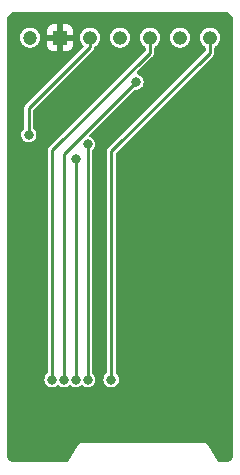
<source format=gtl>
G04 #@! TF.GenerationSoftware,KiCad,Pcbnew,6.0.2+dfsg-1*
G04 #@! TF.CreationDate,2022-09-12T16:47:43+08:00*
G04 #@! TF.ProjectId,epaper-102,65706170-6572-42d3-9130-322e6b696361,rev?*
G04 #@! TF.SameCoordinates,Original*
G04 #@! TF.FileFunction,Copper,L1,Top*
G04 #@! TF.FilePolarity,Positive*
%FSLAX46Y46*%
G04 Gerber Fmt 4.6, Leading zero omitted, Abs format (unit mm)*
G04 Created by KiCad (PCBNEW 6.0.2+dfsg-1) date 2022-09-12 16:47:43*
%MOMM*%
%LPD*%
G01*
G04 APERTURE LIST*
G04 #@! TA.AperFunction,ComponentPad*
%ADD10C,1.200000*%
G04 #@! TD*
G04 #@! TA.AperFunction,ComponentPad*
%ADD11R,1.200000X1.200000*%
G04 #@! TD*
G04 #@! TA.AperFunction,ComponentPad*
%ADD12O,1.200000X1.200000*%
G04 #@! TD*
G04 #@! TA.AperFunction,ViaPad*
%ADD13C,0.800000*%
G04 #@! TD*
G04 #@! TA.AperFunction,Conductor*
%ADD14C,0.250000*%
G04 #@! TD*
G04 APERTURE END LIST*
D10*
X25729800Y-65450000D03*
D11*
X28269800Y-65450000D03*
D12*
X30809800Y-65450000D03*
X33349800Y-65450000D03*
X35889800Y-65450000D03*
X38429800Y-65450000D03*
X40969800Y-65450000D03*
D13*
X26000000Y-83700000D03*
X33800000Y-80625000D03*
X34700000Y-92500000D03*
X36275000Y-80600000D03*
X39400000Y-92500000D03*
X40150000Y-70850000D03*
X24425000Y-77025000D03*
X37000000Y-94200000D03*
X42225000Y-81100000D03*
X31300000Y-69000000D03*
X40125000Y-81075000D03*
X26000000Y-69300000D03*
X26400000Y-74975000D03*
X25625000Y-73675000D03*
X32600015Y-94400000D03*
X30600009Y-94400000D03*
X30600000Y-74500000D03*
X29600006Y-94400000D03*
X29600000Y-75700000D03*
X28600003Y-94400000D03*
X34700000Y-69200000D03*
X27600000Y-94400000D03*
D14*
X32600015Y-94400000D02*
X32600015Y-75089785D01*
X32600015Y-75089785D02*
X40969800Y-66720000D01*
X40969800Y-66720000D02*
X40969800Y-65450000D01*
X35807800Y-66802000D02*
X35889800Y-66720000D01*
X35889800Y-66720000D02*
X35889800Y-65450000D01*
X30809800Y-65450000D02*
X30809800Y-66218200D01*
X30809800Y-66218200D02*
X25625000Y-71403000D01*
X25625000Y-71403000D02*
X25625000Y-73675000D01*
X27600000Y-94400000D02*
X27600000Y-75009800D01*
X27600000Y-75009800D02*
X35807800Y-66802000D01*
X35807800Y-66802000D02*
X35814000Y-66802000D01*
X30600009Y-94400000D02*
X30600009Y-74500009D01*
X30600009Y-74500009D02*
X30600000Y-74500000D01*
X29600006Y-75700006D02*
X29600000Y-75700000D01*
X29600006Y-94400000D02*
X29600006Y-75700006D01*
X28600003Y-94400000D02*
X28600003Y-75299997D01*
X28600003Y-75299997D02*
X34700000Y-69200000D01*
G04 #@! TA.AperFunction,Conductor*
G36*
X42337356Y-63302383D02*
G01*
X42350000Y-63304898D01*
X42361979Y-63302515D01*
X42365360Y-63302515D01*
X42379243Y-63303295D01*
X42402251Y-63305887D01*
X42458503Y-63312226D01*
X42485566Y-63318402D01*
X42575451Y-63349853D01*
X42600467Y-63361901D01*
X42681092Y-63412562D01*
X42702800Y-63429874D01*
X42770126Y-63497200D01*
X42787438Y-63518908D01*
X42838099Y-63599533D01*
X42850147Y-63624549D01*
X42881598Y-63714434D01*
X42887775Y-63741500D01*
X42896705Y-63820757D01*
X42897485Y-63834640D01*
X42897485Y-63838021D01*
X42895102Y-63850000D01*
X42897485Y-63861980D01*
X42897617Y-63862644D01*
X42900000Y-63886835D01*
X42900000Y-100813165D01*
X42897617Y-100837356D01*
X42895102Y-100850000D01*
X42897485Y-100861979D01*
X42897485Y-100865360D01*
X42896705Y-100879243D01*
X42887775Y-100958500D01*
X42881598Y-100985566D01*
X42850148Y-101075448D01*
X42838099Y-101100467D01*
X42787438Y-101181092D01*
X42770126Y-101202800D01*
X42702800Y-101270126D01*
X42681092Y-101287438D01*
X42600467Y-101338099D01*
X42575451Y-101350147D01*
X42485566Y-101381598D01*
X42458503Y-101387774D01*
X42402251Y-101394113D01*
X42379243Y-101396705D01*
X42365360Y-101397485D01*
X42361979Y-101397485D01*
X42350000Y-101395102D01*
X42338020Y-101397485D01*
X42337356Y-101397617D01*
X42313165Y-101400000D01*
X41757289Y-101400000D01*
X41690250Y-101380315D01*
X41652137Y-101341720D01*
X40786553Y-99956784D01*
X40786233Y-99956163D01*
X40785495Y-99952455D01*
X40761028Y-99915837D01*
X40759000Y-99912699D01*
X40748949Y-99896619D01*
X40746484Y-99893998D01*
X40745802Y-99893049D01*
X40737026Y-99879915D01*
X40737025Y-99879914D01*
X40730240Y-99869760D01*
X40720084Y-99862974D01*
X40715179Y-99858069D01*
X40712018Y-99855393D01*
X40706371Y-99851366D01*
X40698001Y-99842470D01*
X40681009Y-99834818D01*
X40663039Y-99824857D01*
X40657702Y-99821291D01*
X40657699Y-99821290D01*
X40647545Y-99814505D01*
X40635569Y-99812123D01*
X40629155Y-99809466D01*
X40625221Y-99808207D01*
X40618450Y-99806644D01*
X40607316Y-99801630D01*
X40595112Y-99801258D01*
X40595106Y-99801257D01*
X40579319Y-99800776D01*
X40578145Y-99800700D01*
X40574624Y-99800000D01*
X40555707Y-99800000D01*
X40551932Y-99799943D01*
X40551185Y-99799920D01*
X40507906Y-99798602D01*
X40504370Y-99799942D01*
X40503672Y-99800000D01*
X30096328Y-99800000D01*
X30095630Y-99799942D01*
X30092094Y-99798602D01*
X30048815Y-99799920D01*
X30048068Y-99799943D01*
X30044293Y-99800000D01*
X30025376Y-99800000D01*
X30021855Y-99800700D01*
X30020681Y-99800776D01*
X30004894Y-99801257D01*
X30004888Y-99801258D01*
X29992684Y-99801630D01*
X29981550Y-99806644D01*
X29974779Y-99808207D01*
X29970845Y-99809466D01*
X29964431Y-99812123D01*
X29952455Y-99814505D01*
X29942301Y-99821290D01*
X29942298Y-99821291D01*
X29936961Y-99824857D01*
X29918991Y-99834818D01*
X29901999Y-99842470D01*
X29893629Y-99851366D01*
X29887982Y-99855393D01*
X29884821Y-99858069D01*
X29879916Y-99862974D01*
X29869760Y-99869760D01*
X29862975Y-99879914D01*
X29862974Y-99879915D01*
X29854198Y-99893049D01*
X29853516Y-99893998D01*
X29851051Y-99896619D01*
X29841000Y-99912699D01*
X29838972Y-99915837D01*
X29814505Y-99952455D01*
X29813767Y-99956163D01*
X29813447Y-99956784D01*
X28947863Y-101341720D01*
X28895640Y-101388136D01*
X28842711Y-101400000D01*
X24386835Y-101400000D01*
X24362644Y-101397617D01*
X24361980Y-101397485D01*
X24350000Y-101395102D01*
X24338021Y-101397485D01*
X24334640Y-101397485D01*
X24320757Y-101396705D01*
X24297749Y-101394113D01*
X24241497Y-101387774D01*
X24214434Y-101381598D01*
X24124549Y-101350147D01*
X24099533Y-101338099D01*
X24018908Y-101287438D01*
X23997200Y-101270126D01*
X23929874Y-101202800D01*
X23912562Y-101181092D01*
X23861901Y-101100467D01*
X23849852Y-101075448D01*
X23818402Y-100985566D01*
X23812225Y-100958500D01*
X23803295Y-100879243D01*
X23802515Y-100865360D01*
X23802515Y-100861979D01*
X23804898Y-100850000D01*
X23802383Y-100837356D01*
X23800000Y-100813165D01*
X23800000Y-94393138D01*
X26944758Y-94393138D01*
X26945578Y-94400566D01*
X26945578Y-94400568D01*
X26947474Y-94417744D01*
X26962035Y-94549633D01*
X27016143Y-94697490D01*
X27103958Y-94828172D01*
X27126183Y-94848395D01*
X27214878Y-94929102D01*
X27214882Y-94929105D01*
X27220410Y-94934135D01*
X27358776Y-95009262D01*
X27461031Y-95036088D01*
X27503841Y-95047319D01*
X27503843Y-95047319D01*
X27511069Y-95049215D01*
X27588127Y-95050425D01*
X27661025Y-95051571D01*
X27661028Y-95051571D01*
X27668495Y-95051688D01*
X27675776Y-95050020D01*
X27675780Y-95050020D01*
X27814681Y-95018207D01*
X27821968Y-95016538D01*
X27962625Y-94945795D01*
X27983160Y-94928257D01*
X28019083Y-94897576D01*
X28082845Y-94869006D01*
X28151930Y-94879444D01*
X28183064Y-94900150D01*
X28220413Y-94934135D01*
X28358779Y-95009262D01*
X28461034Y-95036088D01*
X28503844Y-95047319D01*
X28503846Y-95047319D01*
X28511072Y-95049215D01*
X28588130Y-95050425D01*
X28661028Y-95051571D01*
X28661031Y-95051571D01*
X28668498Y-95051688D01*
X28675779Y-95050020D01*
X28675783Y-95050020D01*
X28814684Y-95018207D01*
X28821971Y-95016538D01*
X28962628Y-94945795D01*
X28983163Y-94928257D01*
X29019086Y-94897576D01*
X29082848Y-94869006D01*
X29151933Y-94879444D01*
X29183067Y-94900150D01*
X29220416Y-94934135D01*
X29358782Y-95009262D01*
X29461037Y-95036088D01*
X29503847Y-95047319D01*
X29503849Y-95047319D01*
X29511075Y-95049215D01*
X29588133Y-95050425D01*
X29661031Y-95051571D01*
X29661034Y-95051571D01*
X29668501Y-95051688D01*
X29675782Y-95050020D01*
X29675786Y-95050020D01*
X29814687Y-95018207D01*
X29821974Y-95016538D01*
X29962631Y-94945795D01*
X29983166Y-94928257D01*
X30019089Y-94897576D01*
X30082851Y-94869006D01*
X30151936Y-94879444D01*
X30183070Y-94900150D01*
X30220419Y-94934135D01*
X30358785Y-95009262D01*
X30461040Y-95036088D01*
X30503850Y-95047319D01*
X30503852Y-95047319D01*
X30511078Y-95049215D01*
X30588136Y-95050425D01*
X30661034Y-95051571D01*
X30661037Y-95051571D01*
X30668504Y-95051688D01*
X30675785Y-95050020D01*
X30675789Y-95050020D01*
X30814690Y-95018207D01*
X30821977Y-95016538D01*
X30962634Y-94945795D01*
X30968315Y-94940943D01*
X30968318Y-94940941D01*
X31076675Y-94848395D01*
X31076676Y-94848394D01*
X31082357Y-94843542D01*
X31093402Y-94828172D01*
X31113807Y-94799775D01*
X31174233Y-94715683D01*
X31232959Y-94569598D01*
X31234802Y-94556649D01*
X31254571Y-94417744D01*
X31254571Y-94417740D01*
X31255143Y-94413723D01*
X31255287Y-94400000D01*
X31254457Y-94393138D01*
X31944773Y-94393138D01*
X31945593Y-94400566D01*
X31945593Y-94400568D01*
X31947489Y-94417744D01*
X31962050Y-94549633D01*
X32016158Y-94697490D01*
X32103973Y-94828172D01*
X32126198Y-94848395D01*
X32214893Y-94929102D01*
X32214897Y-94929105D01*
X32220425Y-94934135D01*
X32358791Y-95009262D01*
X32461046Y-95036088D01*
X32503856Y-95047319D01*
X32503858Y-95047319D01*
X32511084Y-95049215D01*
X32588142Y-95050425D01*
X32661040Y-95051571D01*
X32661043Y-95051571D01*
X32668510Y-95051688D01*
X32675791Y-95050020D01*
X32675795Y-95050020D01*
X32814696Y-95018207D01*
X32821983Y-95016538D01*
X32962640Y-94945795D01*
X32968321Y-94940943D01*
X32968324Y-94940941D01*
X33076681Y-94848395D01*
X33076682Y-94848394D01*
X33082363Y-94843542D01*
X33093408Y-94828172D01*
X33113813Y-94799775D01*
X33174239Y-94715683D01*
X33232965Y-94569598D01*
X33234808Y-94556649D01*
X33254577Y-94417744D01*
X33254577Y-94417740D01*
X33255149Y-94413723D01*
X33255293Y-94400000D01*
X33236378Y-94243694D01*
X33180725Y-94096412D01*
X33172352Y-94084229D01*
X33095783Y-93972821D01*
X33095780Y-93972818D01*
X33091546Y-93966657D01*
X33017026Y-93900262D01*
X32980067Y-93840968D01*
X32975515Y-93807679D01*
X32975515Y-75296684D01*
X32995200Y-75229645D01*
X33011834Y-75209003D01*
X41197639Y-67023198D01*
X41216368Y-67008071D01*
X41217402Y-67007130D01*
X41226010Y-67001572D01*
X41246607Y-66975445D01*
X41250520Y-66971042D01*
X41250450Y-66970983D01*
X41253757Y-66967080D01*
X41257375Y-66963462D01*
X41268487Y-66947912D01*
X41271970Y-66943272D01*
X41303403Y-66903400D01*
X41306405Y-66894851D01*
X41311672Y-66887481D01*
X41326209Y-66838873D01*
X41328011Y-66833328D01*
X41342238Y-66792817D01*
X41342240Y-66792807D01*
X41344823Y-66785452D01*
X41345300Y-66779945D01*
X41345300Y-66777262D01*
X41345413Y-66774660D01*
X41345435Y-66774585D01*
X41345604Y-66774592D01*
X41345650Y-66773868D01*
X41347490Y-66767714D01*
X41345395Y-66714394D01*
X41345300Y-66709552D01*
X41345300Y-66291495D01*
X41364985Y-66224456D01*
X41398658Y-66192354D01*
X41397393Y-66190612D01*
X41449881Y-66152477D01*
X41542030Y-66085526D01*
X41661659Y-65952665D01*
X41751050Y-65797835D01*
X41806297Y-65627803D01*
X41824985Y-65450000D01*
X41806297Y-65272197D01*
X41751050Y-65102165D01*
X41661659Y-64947335D01*
X41542030Y-64814474D01*
X41397393Y-64709388D01*
X41234067Y-64636671D01*
X41207451Y-64631014D01*
X41065554Y-64600852D01*
X41065549Y-64600852D01*
X41059191Y-64599500D01*
X40880409Y-64599500D01*
X40874051Y-64600852D01*
X40874046Y-64600852D01*
X40732149Y-64631014D01*
X40705533Y-64636671D01*
X40542208Y-64709388D01*
X40397570Y-64814474D01*
X40277941Y-64947335D01*
X40188550Y-65102165D01*
X40133303Y-65272197D01*
X40114615Y-65450000D01*
X40133303Y-65627803D01*
X40188550Y-65797835D01*
X40277941Y-65952665D01*
X40397570Y-66085526D01*
X40489719Y-66152477D01*
X40542207Y-66190612D01*
X40540602Y-66192821D01*
X40580506Y-66234656D01*
X40594300Y-66291495D01*
X40594300Y-66513101D01*
X40574615Y-66580140D01*
X40557981Y-66600782D01*
X32372176Y-74786587D01*
X32353447Y-74801714D01*
X32352413Y-74802655D01*
X32343805Y-74808213D01*
X32328846Y-74827188D01*
X32323208Y-74834340D01*
X32319295Y-74838743D01*
X32319365Y-74838802D01*
X32316058Y-74842705D01*
X32312440Y-74846323D01*
X32309466Y-74850485D01*
X32301336Y-74861862D01*
X32297845Y-74866513D01*
X32266412Y-74906385D01*
X32263410Y-74914934D01*
X32258143Y-74922304D01*
X32246246Y-74962087D01*
X32243609Y-74970903D01*
X32241803Y-74976461D01*
X32228136Y-75015381D01*
X32224992Y-75024333D01*
X32224515Y-75029840D01*
X32224515Y-75032524D01*
X32224402Y-75035126D01*
X32224380Y-75035200D01*
X32224211Y-75035193D01*
X32224165Y-75035918D01*
X32222325Y-75042072D01*
X32222727Y-75052311D01*
X32222727Y-75052314D01*
X32224419Y-75095366D01*
X32224515Y-75100234D01*
X32224515Y-93807915D01*
X32204830Y-93874954D01*
X32182030Y-93901357D01*
X32113049Y-93961533D01*
X32022516Y-94090348D01*
X31965324Y-94237039D01*
X31944773Y-94393138D01*
X31254457Y-94393138D01*
X31236372Y-94243694D01*
X31180719Y-94096412D01*
X31172346Y-94084229D01*
X31095777Y-93972821D01*
X31095774Y-93972818D01*
X31091540Y-93966657D01*
X31017020Y-93900262D01*
X30980061Y-93840968D01*
X30975509Y-93807679D01*
X30975509Y-75091955D01*
X30995194Y-75024916D01*
X31018978Y-74997665D01*
X31076659Y-74948401D01*
X31076660Y-74948400D01*
X31082348Y-74943542D01*
X31174224Y-74815683D01*
X31232950Y-74669598D01*
X31234003Y-74662201D01*
X31254562Y-74517744D01*
X31254562Y-74517740D01*
X31255134Y-74513723D01*
X31255278Y-74500000D01*
X31236363Y-74343694D01*
X31189924Y-74220795D01*
X31183354Y-74203408D01*
X31183352Y-74203405D01*
X31180710Y-74196412D01*
X31176473Y-74190247D01*
X31095768Y-74072821D01*
X31095765Y-74072818D01*
X31091531Y-74066657D01*
X30973976Y-73961919D01*
X30834831Y-73888245D01*
X30813553Y-73882900D01*
X30753331Y-73847479D01*
X30721817Y-73785120D01*
X30729020Y-73715623D01*
X30756081Y-73674956D01*
X34545146Y-69885891D01*
X34606469Y-69852406D01*
X34634772Y-69849587D01*
X34702218Y-69850647D01*
X34761025Y-69851571D01*
X34761028Y-69851571D01*
X34768495Y-69851688D01*
X34775776Y-69850020D01*
X34775780Y-69850020D01*
X34914681Y-69818207D01*
X34921968Y-69816538D01*
X35062625Y-69745795D01*
X35068306Y-69740943D01*
X35068309Y-69740941D01*
X35176666Y-69648395D01*
X35176667Y-69648394D01*
X35182348Y-69643542D01*
X35274224Y-69515683D01*
X35332950Y-69369598D01*
X35355134Y-69213723D01*
X35355278Y-69200000D01*
X35354448Y-69193138D01*
X35337262Y-69051119D01*
X35337261Y-69051115D01*
X35336363Y-69043694D01*
X35280710Y-68896412D01*
X35276473Y-68890247D01*
X35195768Y-68772821D01*
X35195765Y-68772818D01*
X35191531Y-68766657D01*
X35073976Y-68661919D01*
X34934831Y-68588245D01*
X34927578Y-68586423D01*
X34927575Y-68586422D01*
X34869606Y-68571862D01*
X34841462Y-68564793D01*
X34781238Y-68529370D01*
X34749725Y-68467011D01*
X34756929Y-68397514D01*
X34783989Y-68356848D01*
X36014304Y-67126533D01*
X36030570Y-67114420D01*
X36030210Y-67113955D01*
X36038308Y-67107673D01*
X36047329Y-67102806D01*
X36123515Y-67020388D01*
X36131097Y-67012866D01*
X36137397Y-67007134D01*
X36146010Y-67001572D01*
X36166607Y-66975445D01*
X36170521Y-66971040D01*
X36170451Y-66970981D01*
X36173753Y-66967084D01*
X36177376Y-66963461D01*
X36188487Y-66947912D01*
X36191996Y-66943239D01*
X36202240Y-66930245D01*
X36223403Y-66903400D01*
X36226405Y-66894851D01*
X36231672Y-66887481D01*
X36234610Y-66877660D01*
X36246209Y-66838873D01*
X36248015Y-66833315D01*
X36262238Y-66792814D01*
X36262239Y-66792812D01*
X36264823Y-66785452D01*
X36265300Y-66779945D01*
X36265300Y-66777262D01*
X36265413Y-66774663D01*
X36265436Y-66774585D01*
X36265604Y-66774592D01*
X36265649Y-66773871D01*
X36267491Y-66767713D01*
X36265396Y-66714394D01*
X36265300Y-66709526D01*
X36265300Y-66291495D01*
X36284985Y-66224456D01*
X36318658Y-66192354D01*
X36317393Y-66190612D01*
X36369881Y-66152477D01*
X36462030Y-66085526D01*
X36581659Y-65952665D01*
X36671050Y-65797835D01*
X36726297Y-65627803D01*
X36744985Y-65450000D01*
X37574615Y-65450000D01*
X37593303Y-65627803D01*
X37648550Y-65797835D01*
X37737941Y-65952665D01*
X37857570Y-66085526D01*
X38002207Y-66190612D01*
X38008141Y-66193254D01*
X38054300Y-66213805D01*
X38165533Y-66263329D01*
X38188717Y-66268257D01*
X38334046Y-66299148D01*
X38334051Y-66299148D01*
X38340409Y-66300500D01*
X38519191Y-66300500D01*
X38525549Y-66299148D01*
X38525554Y-66299148D01*
X38670883Y-66268257D01*
X38694067Y-66263329D01*
X38805301Y-66213805D01*
X38851459Y-66193254D01*
X38857393Y-66190612D01*
X39002030Y-66085526D01*
X39121659Y-65952665D01*
X39211050Y-65797835D01*
X39266297Y-65627803D01*
X39284985Y-65450000D01*
X39266297Y-65272197D01*
X39211050Y-65102165D01*
X39121659Y-64947335D01*
X39002030Y-64814474D01*
X38857393Y-64709388D01*
X38694067Y-64636671D01*
X38667451Y-64631014D01*
X38525554Y-64600852D01*
X38525549Y-64600852D01*
X38519191Y-64599500D01*
X38340409Y-64599500D01*
X38334051Y-64600852D01*
X38334046Y-64600852D01*
X38192149Y-64631014D01*
X38165533Y-64636671D01*
X38002208Y-64709388D01*
X37857570Y-64814474D01*
X37737941Y-64947335D01*
X37648550Y-65102165D01*
X37593303Y-65272197D01*
X37574615Y-65450000D01*
X36744985Y-65450000D01*
X36726297Y-65272197D01*
X36671050Y-65102165D01*
X36581659Y-64947335D01*
X36462030Y-64814474D01*
X36317393Y-64709388D01*
X36154067Y-64636671D01*
X36127451Y-64631014D01*
X35985554Y-64600852D01*
X35985549Y-64600852D01*
X35979191Y-64599500D01*
X35800409Y-64599500D01*
X35794051Y-64600852D01*
X35794046Y-64600852D01*
X35652149Y-64631014D01*
X35625533Y-64636671D01*
X35462208Y-64709388D01*
X35317570Y-64814474D01*
X35197941Y-64947335D01*
X35108550Y-65102165D01*
X35053303Y-65272197D01*
X35034615Y-65450000D01*
X35053303Y-65627803D01*
X35108550Y-65797835D01*
X35197941Y-65952665D01*
X35317570Y-66085526D01*
X35409719Y-66152477D01*
X35462207Y-66190612D01*
X35460602Y-66192821D01*
X35500506Y-66234656D01*
X35514300Y-66291495D01*
X35514300Y-66513101D01*
X35494615Y-66580140D01*
X35477981Y-66600782D01*
X27372161Y-74706602D01*
X27353432Y-74721729D01*
X27352398Y-74722670D01*
X27343790Y-74728228D01*
X27337448Y-74736273D01*
X27323193Y-74754355D01*
X27319280Y-74758758D01*
X27319350Y-74758817D01*
X27316043Y-74762720D01*
X27312425Y-74766338D01*
X27309451Y-74770500D01*
X27301321Y-74781877D01*
X27297830Y-74786528D01*
X27266397Y-74826400D01*
X27263395Y-74834949D01*
X27258128Y-74842319D01*
X27252284Y-74861862D01*
X27243594Y-74890918D01*
X27241788Y-74896476D01*
X27230658Y-74928172D01*
X27224977Y-74944348D01*
X27224500Y-74949855D01*
X27224500Y-74952539D01*
X27224387Y-74955141D01*
X27224365Y-74955215D01*
X27224196Y-74955208D01*
X27224150Y-74955933D01*
X27222310Y-74962087D01*
X27222712Y-74972326D01*
X27222712Y-74972329D01*
X27224404Y-75015381D01*
X27224500Y-75020249D01*
X27224500Y-93807915D01*
X27204815Y-93874954D01*
X27182015Y-93901357D01*
X27113034Y-93961533D01*
X27022501Y-94090348D01*
X26965309Y-94237039D01*
X26944758Y-94393138D01*
X23800000Y-94393138D01*
X23800000Y-73668138D01*
X24969758Y-73668138D01*
X24970578Y-73675566D01*
X24970578Y-73675568D01*
X24972474Y-73692744D01*
X24987035Y-73824633D01*
X25041143Y-73972490D01*
X25128958Y-74103172D01*
X25151183Y-74123395D01*
X25239878Y-74204102D01*
X25239882Y-74204105D01*
X25245410Y-74209135D01*
X25383776Y-74284262D01*
X25486031Y-74311088D01*
X25528841Y-74322319D01*
X25528843Y-74322319D01*
X25536069Y-74324215D01*
X25613127Y-74325425D01*
X25686025Y-74326571D01*
X25686028Y-74326571D01*
X25693495Y-74326688D01*
X25700776Y-74325020D01*
X25700780Y-74325020D01*
X25839681Y-74293207D01*
X25846968Y-74291538D01*
X25987625Y-74220795D01*
X25993306Y-74215943D01*
X25993309Y-74215941D01*
X26101666Y-74123395D01*
X26101667Y-74123394D01*
X26107348Y-74118542D01*
X26118393Y-74103172D01*
X26148206Y-74061682D01*
X26199224Y-73990683D01*
X26257950Y-73844598D01*
X26259793Y-73831649D01*
X26279562Y-73692744D01*
X26279562Y-73692740D01*
X26280134Y-73688723D01*
X26280278Y-73675000D01*
X26261363Y-73518694D01*
X26205710Y-73371412D01*
X26197337Y-73359229D01*
X26120768Y-73247821D01*
X26120765Y-73247818D01*
X26116531Y-73241657D01*
X26042011Y-73175262D01*
X26005052Y-73115968D01*
X26000500Y-73082679D01*
X26000500Y-71609899D01*
X26020185Y-71542860D01*
X26036819Y-71522218D01*
X31037639Y-66521398D01*
X31056368Y-66506271D01*
X31057402Y-66505330D01*
X31066010Y-66499772D01*
X31086607Y-66473645D01*
X31090520Y-66469242D01*
X31090450Y-66469183D01*
X31093757Y-66465280D01*
X31097375Y-66461662D01*
X31108481Y-66446120D01*
X31111970Y-66441472D01*
X31143403Y-66401600D01*
X31146405Y-66393051D01*
X31151672Y-66385681D01*
X31166205Y-66337085D01*
X31168011Y-66331528D01*
X31182238Y-66291017D01*
X31182240Y-66291007D01*
X31184823Y-66283652D01*
X31185300Y-66278145D01*
X31185300Y-66276791D01*
X31187137Y-66268257D01*
X31189861Y-66268843D01*
X31210430Y-66216125D01*
X31238256Y-66191800D01*
X31237393Y-66190612D01*
X31289881Y-66152477D01*
X31382030Y-66085526D01*
X31501659Y-65952665D01*
X31591050Y-65797835D01*
X31646297Y-65627803D01*
X31664985Y-65450000D01*
X32494615Y-65450000D01*
X32513303Y-65627803D01*
X32568550Y-65797835D01*
X32657941Y-65952665D01*
X32777570Y-66085526D01*
X32922207Y-66190612D01*
X32928141Y-66193254D01*
X32974300Y-66213805D01*
X33085533Y-66263329D01*
X33108717Y-66268257D01*
X33254046Y-66299148D01*
X33254051Y-66299148D01*
X33260409Y-66300500D01*
X33439191Y-66300500D01*
X33445549Y-66299148D01*
X33445554Y-66299148D01*
X33590883Y-66268257D01*
X33614067Y-66263329D01*
X33725301Y-66213805D01*
X33771459Y-66193254D01*
X33777393Y-66190612D01*
X33922030Y-66085526D01*
X34041659Y-65952665D01*
X34131050Y-65797835D01*
X34186297Y-65627803D01*
X34204985Y-65450000D01*
X34186297Y-65272197D01*
X34131050Y-65102165D01*
X34041659Y-64947335D01*
X33922030Y-64814474D01*
X33777393Y-64709388D01*
X33614067Y-64636671D01*
X33587451Y-64631014D01*
X33445554Y-64600852D01*
X33445549Y-64600852D01*
X33439191Y-64599500D01*
X33260409Y-64599500D01*
X33254051Y-64600852D01*
X33254046Y-64600852D01*
X33112149Y-64631014D01*
X33085533Y-64636671D01*
X32922208Y-64709388D01*
X32777570Y-64814474D01*
X32657941Y-64947335D01*
X32568550Y-65102165D01*
X32513303Y-65272197D01*
X32494615Y-65450000D01*
X31664985Y-65450000D01*
X31646297Y-65272197D01*
X31591050Y-65102165D01*
X31501659Y-64947335D01*
X31382030Y-64814474D01*
X31237393Y-64709388D01*
X31074067Y-64636671D01*
X31047451Y-64631014D01*
X30905554Y-64600852D01*
X30905549Y-64600852D01*
X30899191Y-64599500D01*
X30720409Y-64599500D01*
X30714051Y-64600852D01*
X30714046Y-64600852D01*
X30572149Y-64631014D01*
X30545533Y-64636671D01*
X30382208Y-64709388D01*
X30237570Y-64814474D01*
X30117941Y-64947335D01*
X30028550Y-65102165D01*
X29973303Y-65272197D01*
X29954615Y-65450000D01*
X29973303Y-65627803D01*
X30028550Y-65797835D01*
X30117941Y-65952665D01*
X30122287Y-65957492D01*
X30122288Y-65957493D01*
X30237570Y-66085526D01*
X30236461Y-66086525D01*
X30269082Y-66139469D01*
X30267755Y-66209326D01*
X30237144Y-66259819D01*
X25397161Y-71099802D01*
X25378432Y-71114929D01*
X25377398Y-71115870D01*
X25368790Y-71121428D01*
X25362448Y-71129473D01*
X25348193Y-71147555D01*
X25344280Y-71151958D01*
X25344350Y-71152017D01*
X25341043Y-71155920D01*
X25337425Y-71159538D01*
X25334451Y-71163700D01*
X25326321Y-71175077D01*
X25322830Y-71179728D01*
X25291397Y-71219600D01*
X25288395Y-71228149D01*
X25283128Y-71235519D01*
X25280191Y-71245340D01*
X25268594Y-71284118D01*
X25266788Y-71289676D01*
X25249977Y-71337548D01*
X25249500Y-71343055D01*
X25249500Y-71345739D01*
X25249387Y-71348341D01*
X25249365Y-71348415D01*
X25249196Y-71348408D01*
X25249150Y-71349133D01*
X25247310Y-71355287D01*
X25247712Y-71365526D01*
X25247712Y-71365529D01*
X25249404Y-71408581D01*
X25249500Y-71413449D01*
X25249500Y-73082915D01*
X25229815Y-73149954D01*
X25207015Y-73176357D01*
X25138034Y-73236533D01*
X25047501Y-73365348D01*
X24990309Y-73512039D01*
X24969758Y-73668138D01*
X23800000Y-73668138D01*
X23800000Y-65450000D01*
X24874615Y-65450000D01*
X24893303Y-65627803D01*
X24948550Y-65797835D01*
X25037941Y-65952665D01*
X25157570Y-66085526D01*
X25302207Y-66190612D01*
X25308141Y-66193254D01*
X25354300Y-66213805D01*
X25465533Y-66263329D01*
X25488717Y-66268257D01*
X25634046Y-66299148D01*
X25634051Y-66299148D01*
X25640409Y-66300500D01*
X25819191Y-66300500D01*
X25825549Y-66299148D01*
X25825554Y-66299148D01*
X25970883Y-66268257D01*
X25994067Y-66263329D01*
X26105301Y-66213805D01*
X26151459Y-66193254D01*
X26157393Y-66190612D01*
X26289367Y-66094726D01*
X27161801Y-66094726D01*
X27162164Y-66101431D01*
X27167708Y-66152477D01*
X27171278Y-66167488D01*
X27216527Y-66288190D01*
X27224926Y-66303532D01*
X27301598Y-66405835D01*
X27313965Y-66418202D01*
X27416268Y-66494874D01*
X27431610Y-66503273D01*
X27552315Y-66548524D01*
X27567318Y-66552091D01*
X27618373Y-66557637D01*
X27625071Y-66558000D01*
X27997970Y-66558000D01*
X28012969Y-66553596D01*
X28014156Y-66552226D01*
X28015800Y-66544668D01*
X28015800Y-66540169D01*
X28523800Y-66540169D01*
X28528204Y-66555168D01*
X28529574Y-66556355D01*
X28537132Y-66557999D01*
X28914526Y-66557999D01*
X28921231Y-66557636D01*
X28972277Y-66552092D01*
X28987288Y-66548522D01*
X29107990Y-66503273D01*
X29123332Y-66494874D01*
X29225635Y-66418202D01*
X29238002Y-66405835D01*
X29314674Y-66303532D01*
X29323073Y-66288190D01*
X29368324Y-66167485D01*
X29371891Y-66152482D01*
X29377437Y-66101427D01*
X29377800Y-66094729D01*
X29377800Y-65721830D01*
X29373396Y-65706831D01*
X29372026Y-65705644D01*
X29364468Y-65704000D01*
X28541630Y-65704000D01*
X28526631Y-65708404D01*
X28525444Y-65709774D01*
X28523800Y-65717332D01*
X28523800Y-66540169D01*
X28015800Y-66540169D01*
X28015800Y-65721830D01*
X28011396Y-65706831D01*
X28010026Y-65705644D01*
X28002468Y-65704000D01*
X27179631Y-65704000D01*
X27164632Y-65708404D01*
X27163445Y-65709774D01*
X27161801Y-65717332D01*
X27161801Y-66094726D01*
X26289367Y-66094726D01*
X26302030Y-66085526D01*
X26421659Y-65952665D01*
X26511050Y-65797835D01*
X26566297Y-65627803D01*
X26584985Y-65450000D01*
X26566297Y-65272197D01*
X26535746Y-65178170D01*
X27161800Y-65178170D01*
X27166204Y-65193169D01*
X27167574Y-65194356D01*
X27175132Y-65196000D01*
X27997970Y-65196000D01*
X28012969Y-65191596D01*
X28014156Y-65190226D01*
X28015800Y-65182668D01*
X28015800Y-65178170D01*
X28523800Y-65178170D01*
X28528204Y-65193169D01*
X28529574Y-65194356D01*
X28537132Y-65196000D01*
X29359969Y-65196000D01*
X29374968Y-65191596D01*
X29376155Y-65190226D01*
X29377799Y-65182668D01*
X29377799Y-64805274D01*
X29377436Y-64798569D01*
X29371892Y-64747523D01*
X29368322Y-64732512D01*
X29323073Y-64611810D01*
X29314674Y-64596468D01*
X29238002Y-64494165D01*
X29225635Y-64481798D01*
X29123332Y-64405126D01*
X29107990Y-64396727D01*
X28987285Y-64351476D01*
X28972282Y-64347909D01*
X28921227Y-64342363D01*
X28914529Y-64342000D01*
X28541630Y-64342000D01*
X28526631Y-64346404D01*
X28525444Y-64347774D01*
X28523800Y-64355332D01*
X28523800Y-65178170D01*
X28015800Y-65178170D01*
X28015800Y-64359831D01*
X28011396Y-64344832D01*
X28010026Y-64343645D01*
X28002468Y-64342001D01*
X27625074Y-64342001D01*
X27618369Y-64342364D01*
X27567323Y-64347908D01*
X27552312Y-64351478D01*
X27431610Y-64396727D01*
X27416268Y-64405126D01*
X27313965Y-64481798D01*
X27301598Y-64494165D01*
X27224926Y-64596468D01*
X27216527Y-64611810D01*
X27171276Y-64732515D01*
X27167709Y-64747518D01*
X27162163Y-64798573D01*
X27161800Y-64805271D01*
X27161800Y-65178170D01*
X26535746Y-65178170D01*
X26511050Y-65102165D01*
X26421659Y-64947335D01*
X26302030Y-64814474D01*
X26157393Y-64709388D01*
X25994067Y-64636671D01*
X25967451Y-64631014D01*
X25825554Y-64600852D01*
X25825549Y-64600852D01*
X25819191Y-64599500D01*
X25640409Y-64599500D01*
X25634051Y-64600852D01*
X25634046Y-64600852D01*
X25492149Y-64631014D01*
X25465533Y-64636671D01*
X25302208Y-64709388D01*
X25157570Y-64814474D01*
X25037941Y-64947335D01*
X24948550Y-65102165D01*
X24893303Y-65272197D01*
X24874615Y-65450000D01*
X23800000Y-65450000D01*
X23800000Y-63886835D01*
X23802383Y-63862644D01*
X23802515Y-63861980D01*
X23804898Y-63850000D01*
X23802515Y-63838021D01*
X23802515Y-63834640D01*
X23803295Y-63820757D01*
X23812225Y-63741500D01*
X23818402Y-63714434D01*
X23849853Y-63624549D01*
X23861901Y-63599533D01*
X23912562Y-63518908D01*
X23929874Y-63497200D01*
X23997200Y-63429874D01*
X24018908Y-63412562D01*
X24099533Y-63361901D01*
X24124549Y-63349853D01*
X24214434Y-63318402D01*
X24241497Y-63312226D01*
X24297749Y-63305887D01*
X24320757Y-63303295D01*
X24334640Y-63302515D01*
X24338021Y-63302515D01*
X24350000Y-63304898D01*
X24361980Y-63302515D01*
X24362644Y-63302383D01*
X24386835Y-63300000D01*
X42313165Y-63300000D01*
X42337356Y-63302383D01*
G37*
G04 #@! TD.AperFunction*
M02*

</source>
